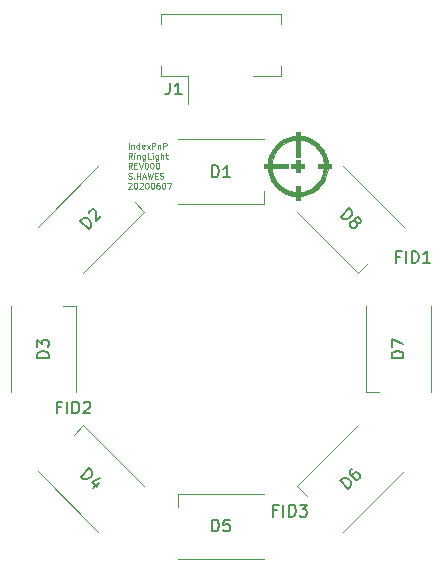
<source format=gto>
G04 #@! TF.GenerationSoftware,KiCad,Pcbnew,5.1.9+dfsg1-1~bpo10+1*
G04 #@! TF.CreationDate,2021-02-17T20:28:22+00:00*
G04 #@! TF.ProjectId,ringLight,72696e67-4c69-4676-9874-2e6b69636164,rev?*
G04 #@! TF.SameCoordinates,Original*
G04 #@! TF.FileFunction,Legend,Top*
G04 #@! TF.FilePolarity,Positive*
%FSLAX46Y46*%
G04 Gerber Fmt 4.6, Leading zero omitted, Abs format (unit mm)*
G04 Created by KiCad (PCBNEW 5.1.9+dfsg1-1~bpo10+1) date 2021-02-17 20:28:22*
%MOMM*%
%LPD*%
G01*
G04 APERTURE LIST*
%ADD10C,0.100000*%
%ADD11C,0.010000*%
%ADD12C,0.120000*%
%ADD13C,0.150000*%
G04 APERTURE END LIST*
D10*
X-7815952Y16973809D02*
X-7815952Y17473809D01*
X-7577857Y17307142D02*
X-7577857Y16973809D01*
X-7577857Y17259523D02*
X-7554047Y17283333D01*
X-7506428Y17307142D01*
X-7435000Y17307142D01*
X-7387380Y17283333D01*
X-7363571Y17235714D01*
X-7363571Y16973809D01*
X-6911190Y16973809D02*
X-6911190Y17473809D01*
X-6911190Y16997619D02*
X-6958809Y16973809D01*
X-7054047Y16973809D01*
X-7101666Y16997619D01*
X-7125476Y17021428D01*
X-7149285Y17069047D01*
X-7149285Y17211904D01*
X-7125476Y17259523D01*
X-7101666Y17283333D01*
X-7054047Y17307142D01*
X-6958809Y17307142D01*
X-6911190Y17283333D01*
X-6482619Y16997619D02*
X-6530238Y16973809D01*
X-6625476Y16973809D01*
X-6673095Y16997619D01*
X-6696904Y17045238D01*
X-6696904Y17235714D01*
X-6673095Y17283333D01*
X-6625476Y17307142D01*
X-6530238Y17307142D01*
X-6482619Y17283333D01*
X-6458809Y17235714D01*
X-6458809Y17188095D01*
X-6696904Y17140476D01*
X-6292142Y16973809D02*
X-6030238Y17307142D01*
X-6292142Y17307142D02*
X-6030238Y16973809D01*
X-5839761Y16973809D02*
X-5839761Y17473809D01*
X-5649285Y17473809D01*
X-5601666Y17450000D01*
X-5577857Y17426190D01*
X-5554047Y17378571D01*
X-5554047Y17307142D01*
X-5577857Y17259523D01*
X-5601666Y17235714D01*
X-5649285Y17211904D01*
X-5839761Y17211904D01*
X-5339761Y17307142D02*
X-5339761Y16973809D01*
X-5339761Y17259523D02*
X-5315952Y17283333D01*
X-5268333Y17307142D01*
X-5196904Y17307142D01*
X-5149285Y17283333D01*
X-5125476Y17235714D01*
X-5125476Y16973809D01*
X-4887380Y16973809D02*
X-4887380Y17473809D01*
X-4696904Y17473809D01*
X-4649285Y17450000D01*
X-4625476Y17426190D01*
X-4601666Y17378571D01*
X-4601666Y17307142D01*
X-4625476Y17259523D01*
X-4649285Y17235714D01*
X-4696904Y17211904D01*
X-4887380Y17211904D01*
X-7530238Y16123809D02*
X-7696904Y16361904D01*
X-7815952Y16123809D02*
X-7815952Y16623809D01*
X-7625476Y16623809D01*
X-7577857Y16600000D01*
X-7554047Y16576190D01*
X-7530238Y16528571D01*
X-7530238Y16457142D01*
X-7554047Y16409523D01*
X-7577857Y16385714D01*
X-7625476Y16361904D01*
X-7815952Y16361904D01*
X-7315952Y16123809D02*
X-7315952Y16457142D01*
X-7315952Y16623809D02*
X-7339761Y16600000D01*
X-7315952Y16576190D01*
X-7292142Y16600000D01*
X-7315952Y16623809D01*
X-7315952Y16576190D01*
X-7077857Y16457142D02*
X-7077857Y16123809D01*
X-7077857Y16409523D02*
X-7054047Y16433333D01*
X-7006428Y16457142D01*
X-6935000Y16457142D01*
X-6887380Y16433333D01*
X-6863571Y16385714D01*
X-6863571Y16123809D01*
X-6411190Y16457142D02*
X-6411190Y16052380D01*
X-6435000Y16004761D01*
X-6458809Y15980952D01*
X-6506428Y15957142D01*
X-6577857Y15957142D01*
X-6625476Y15980952D01*
X-6411190Y16147619D02*
X-6458809Y16123809D01*
X-6554047Y16123809D01*
X-6601666Y16147619D01*
X-6625476Y16171428D01*
X-6649285Y16219047D01*
X-6649285Y16361904D01*
X-6625476Y16409523D01*
X-6601666Y16433333D01*
X-6554047Y16457142D01*
X-6458809Y16457142D01*
X-6411190Y16433333D01*
X-5935000Y16123809D02*
X-6173095Y16123809D01*
X-6173095Y16623809D01*
X-5768333Y16123809D02*
X-5768333Y16457142D01*
X-5768333Y16623809D02*
X-5792142Y16600000D01*
X-5768333Y16576190D01*
X-5744523Y16600000D01*
X-5768333Y16623809D01*
X-5768333Y16576190D01*
X-5315952Y16457142D02*
X-5315952Y16052380D01*
X-5339761Y16004761D01*
X-5363571Y15980952D01*
X-5411190Y15957142D01*
X-5482619Y15957142D01*
X-5530238Y15980952D01*
X-5315952Y16147619D02*
X-5363571Y16123809D01*
X-5458809Y16123809D01*
X-5506428Y16147619D01*
X-5530238Y16171428D01*
X-5554047Y16219047D01*
X-5554047Y16361904D01*
X-5530238Y16409523D01*
X-5506428Y16433333D01*
X-5458809Y16457142D01*
X-5363571Y16457142D01*
X-5315952Y16433333D01*
X-5077857Y16123809D02*
X-5077857Y16623809D01*
X-4863571Y16123809D02*
X-4863571Y16385714D01*
X-4887380Y16433333D01*
X-4935000Y16457142D01*
X-5006428Y16457142D01*
X-5054047Y16433333D01*
X-5077857Y16409523D01*
X-4696904Y16457142D02*
X-4506428Y16457142D01*
X-4625476Y16623809D02*
X-4625476Y16195238D01*
X-4601666Y16147619D01*
X-4554047Y16123809D01*
X-4506428Y16123809D01*
X-7530238Y15273809D02*
X-7696904Y15511904D01*
X-7815952Y15273809D02*
X-7815952Y15773809D01*
X-7625476Y15773809D01*
X-7577857Y15750000D01*
X-7554047Y15726190D01*
X-7530238Y15678571D01*
X-7530238Y15607142D01*
X-7554047Y15559523D01*
X-7577857Y15535714D01*
X-7625476Y15511904D01*
X-7815952Y15511904D01*
X-7315952Y15535714D02*
X-7149285Y15535714D01*
X-7077857Y15273809D02*
X-7315952Y15273809D01*
X-7315952Y15773809D01*
X-7077857Y15773809D01*
X-6935000Y15773809D02*
X-6768333Y15273809D01*
X-6601666Y15773809D01*
X-6339761Y15773809D02*
X-6292142Y15773809D01*
X-6244523Y15750000D01*
X-6220714Y15726190D01*
X-6196904Y15678571D01*
X-6173095Y15583333D01*
X-6173095Y15464285D01*
X-6196904Y15369047D01*
X-6220714Y15321428D01*
X-6244523Y15297619D01*
X-6292142Y15273809D01*
X-6339761Y15273809D01*
X-6387380Y15297619D01*
X-6411190Y15321428D01*
X-6435000Y15369047D01*
X-6458809Y15464285D01*
X-6458809Y15583333D01*
X-6435000Y15678571D01*
X-6411190Y15726190D01*
X-6387380Y15750000D01*
X-6339761Y15773809D01*
X-5863571Y15773809D02*
X-5815952Y15773809D01*
X-5768333Y15750000D01*
X-5744523Y15726190D01*
X-5720714Y15678571D01*
X-5696904Y15583333D01*
X-5696904Y15464285D01*
X-5720714Y15369047D01*
X-5744523Y15321428D01*
X-5768333Y15297619D01*
X-5815952Y15273809D01*
X-5863571Y15273809D01*
X-5911190Y15297619D01*
X-5935000Y15321428D01*
X-5958809Y15369047D01*
X-5982619Y15464285D01*
X-5982619Y15583333D01*
X-5958809Y15678571D01*
X-5935000Y15726190D01*
X-5911190Y15750000D01*
X-5863571Y15773809D01*
X-5387380Y15773809D02*
X-5339761Y15773809D01*
X-5292142Y15750000D01*
X-5268333Y15726190D01*
X-5244523Y15678571D01*
X-5220714Y15583333D01*
X-5220714Y15464285D01*
X-5244523Y15369047D01*
X-5268333Y15321428D01*
X-5292142Y15297619D01*
X-5339761Y15273809D01*
X-5387380Y15273809D01*
X-5435000Y15297619D01*
X-5458809Y15321428D01*
X-5482619Y15369047D01*
X-5506428Y15464285D01*
X-5506428Y15583333D01*
X-5482619Y15678571D01*
X-5458809Y15726190D01*
X-5435000Y15750000D01*
X-5387380Y15773809D01*
X-7839761Y14447619D02*
X-7768333Y14423809D01*
X-7649285Y14423809D01*
X-7601666Y14447619D01*
X-7577857Y14471428D01*
X-7554047Y14519047D01*
X-7554047Y14566666D01*
X-7577857Y14614285D01*
X-7601666Y14638095D01*
X-7649285Y14661904D01*
X-7744523Y14685714D01*
X-7792142Y14709523D01*
X-7815952Y14733333D01*
X-7839761Y14780952D01*
X-7839761Y14828571D01*
X-7815952Y14876190D01*
X-7792142Y14900000D01*
X-7744523Y14923809D01*
X-7625476Y14923809D01*
X-7554047Y14900000D01*
X-7339761Y14471428D02*
X-7315952Y14447619D01*
X-7339761Y14423809D01*
X-7363571Y14447619D01*
X-7339761Y14471428D01*
X-7339761Y14423809D01*
X-7101666Y14423809D02*
X-7101666Y14923809D01*
X-7101666Y14685714D02*
X-6815952Y14685714D01*
X-6815952Y14423809D02*
X-6815952Y14923809D01*
X-6601666Y14566666D02*
X-6363571Y14566666D01*
X-6649285Y14423809D02*
X-6482619Y14923809D01*
X-6315952Y14423809D01*
X-6196904Y14923809D02*
X-6077857Y14423809D01*
X-5982619Y14780952D01*
X-5887380Y14423809D01*
X-5768333Y14923809D01*
X-5577857Y14685714D02*
X-5411190Y14685714D01*
X-5339761Y14423809D02*
X-5577857Y14423809D01*
X-5577857Y14923809D01*
X-5339761Y14923809D01*
X-5149285Y14447619D02*
X-5077857Y14423809D01*
X-4958809Y14423809D01*
X-4911190Y14447619D01*
X-4887380Y14471428D01*
X-4863571Y14519047D01*
X-4863571Y14566666D01*
X-4887380Y14614285D01*
X-4911190Y14638095D01*
X-4958809Y14661904D01*
X-5054047Y14685714D01*
X-5101666Y14709523D01*
X-5125476Y14733333D01*
X-5149285Y14780952D01*
X-5149285Y14828571D01*
X-5125476Y14876190D01*
X-5101666Y14900000D01*
X-5054047Y14923809D01*
X-4935000Y14923809D01*
X-4863571Y14900000D01*
X-7839761Y14026190D02*
X-7815952Y14050000D01*
X-7768333Y14073809D01*
X-7649285Y14073809D01*
X-7601666Y14050000D01*
X-7577857Y14026190D01*
X-7554047Y13978571D01*
X-7554047Y13930952D01*
X-7577857Y13859523D01*
X-7863571Y13573809D01*
X-7554047Y13573809D01*
X-7244523Y14073809D02*
X-7196904Y14073809D01*
X-7149285Y14050000D01*
X-7125476Y14026190D01*
X-7101666Y13978571D01*
X-7077857Y13883333D01*
X-7077857Y13764285D01*
X-7101666Y13669047D01*
X-7125476Y13621428D01*
X-7149285Y13597619D01*
X-7196904Y13573809D01*
X-7244523Y13573809D01*
X-7292142Y13597619D01*
X-7315952Y13621428D01*
X-7339761Y13669047D01*
X-7363571Y13764285D01*
X-7363571Y13883333D01*
X-7339761Y13978571D01*
X-7315952Y14026190D01*
X-7292142Y14050000D01*
X-7244523Y14073809D01*
X-6887380Y14026190D02*
X-6863571Y14050000D01*
X-6815952Y14073809D01*
X-6696904Y14073809D01*
X-6649285Y14050000D01*
X-6625476Y14026190D01*
X-6601666Y13978571D01*
X-6601666Y13930952D01*
X-6625476Y13859523D01*
X-6911190Y13573809D01*
X-6601666Y13573809D01*
X-6292142Y14073809D02*
X-6244523Y14073809D01*
X-6196904Y14050000D01*
X-6173095Y14026190D01*
X-6149285Y13978571D01*
X-6125476Y13883333D01*
X-6125476Y13764285D01*
X-6149285Y13669047D01*
X-6173095Y13621428D01*
X-6196904Y13597619D01*
X-6244523Y13573809D01*
X-6292142Y13573809D01*
X-6339761Y13597619D01*
X-6363571Y13621428D01*
X-6387380Y13669047D01*
X-6411190Y13764285D01*
X-6411190Y13883333D01*
X-6387380Y13978571D01*
X-6363571Y14026190D01*
X-6339761Y14050000D01*
X-6292142Y14073809D01*
X-5815952Y14073809D02*
X-5768333Y14073809D01*
X-5720714Y14050000D01*
X-5696904Y14026190D01*
X-5673095Y13978571D01*
X-5649285Y13883333D01*
X-5649285Y13764285D01*
X-5673095Y13669047D01*
X-5696904Y13621428D01*
X-5720714Y13597619D01*
X-5768333Y13573809D01*
X-5815952Y13573809D01*
X-5863571Y13597619D01*
X-5887380Y13621428D01*
X-5911190Y13669047D01*
X-5935000Y13764285D01*
X-5935000Y13883333D01*
X-5911190Y13978571D01*
X-5887380Y14026190D01*
X-5863571Y14050000D01*
X-5815952Y14073809D01*
X-5220714Y14073809D02*
X-5315952Y14073809D01*
X-5363571Y14050000D01*
X-5387380Y14026190D01*
X-5435000Y13954761D01*
X-5458809Y13859523D01*
X-5458809Y13669047D01*
X-5435000Y13621428D01*
X-5411190Y13597619D01*
X-5363571Y13573809D01*
X-5268333Y13573809D01*
X-5220714Y13597619D01*
X-5196904Y13621428D01*
X-5173095Y13669047D01*
X-5173095Y13788095D01*
X-5196904Y13835714D01*
X-5220714Y13859523D01*
X-5268333Y13883333D01*
X-5363571Y13883333D01*
X-5411190Y13859523D01*
X-5435000Y13835714D01*
X-5458809Y13788095D01*
X-4863571Y14073809D02*
X-4815952Y14073809D01*
X-4768333Y14050000D01*
X-4744523Y14026190D01*
X-4720714Y13978571D01*
X-4696904Y13883333D01*
X-4696904Y13764285D01*
X-4720714Y13669047D01*
X-4744523Y13621428D01*
X-4768333Y13597619D01*
X-4815952Y13573809D01*
X-4863571Y13573809D01*
X-4911190Y13597619D01*
X-4935000Y13621428D01*
X-4958809Y13669047D01*
X-4982619Y13764285D01*
X-4982619Y13883333D01*
X-4958809Y13978571D01*
X-4935000Y14026190D01*
X-4911190Y14050000D01*
X-4863571Y14073809D01*
X-4530238Y14073809D02*
X-4196904Y14073809D01*
X-4411190Y13573809D01*
D11*
G36*
X6669333Y18043898D02*
G01*
X6763869Y18034212D01*
X7022960Y17993539D01*
X7278270Y17924972D01*
X7529979Y17828460D01*
X7650055Y17771950D01*
X7792674Y17696349D01*
X7919534Y17618738D01*
X8037813Y17533871D01*
X8154691Y17436508D01*
X8277345Y17321403D01*
X8306554Y17292443D01*
X8426386Y17167492D01*
X8527294Y17049938D01*
X8614522Y16932602D01*
X8693312Y16808306D01*
X8768909Y16669870D01*
X8786061Y16635945D01*
X8896061Y16385908D01*
X8978089Y16132356D01*
X9032199Y15875109D01*
X9048323Y15749759D01*
X9058008Y15655222D01*
X9350444Y15655222D01*
X9350444Y15330667D01*
X9057399Y15330667D01*
X9047535Y15235417D01*
X9007659Y14978991D01*
X8941477Y14728967D01*
X8848236Y14482792D01*
X8786061Y14349945D01*
X8710460Y14207326D01*
X8632848Y14080466D01*
X8547982Y13962187D01*
X8450619Y13845309D01*
X8335514Y13722655D01*
X8306554Y13693446D01*
X8181603Y13573614D01*
X8064049Y13472706D01*
X7946713Y13385478D01*
X7822416Y13306688D01*
X7683980Y13231091D01*
X7650055Y13213939D01*
X7400019Y13103939D01*
X7146466Y13021911D01*
X6889220Y12967801D01*
X6763869Y12951677D01*
X6669333Y12941992D01*
X6669333Y12649556D01*
X6344778Y12649556D01*
X6344778Y12941992D01*
X6250241Y12951677D01*
X5991151Y12992351D01*
X5735840Y13060917D01*
X5484132Y13157430D01*
X5364055Y13213939D01*
X5221437Y13289540D01*
X5094577Y13367152D01*
X4976298Y13452018D01*
X4859420Y13549381D01*
X4736765Y13664486D01*
X4707557Y13693446D01*
X4587725Y13818397D01*
X4486817Y13935951D01*
X4399589Y14053287D01*
X4320798Y14177584D01*
X4245202Y14316020D01*
X4228050Y14349945D01*
X4118050Y14599981D01*
X4036021Y14853534D01*
X3981912Y15110780D01*
X3965788Y15236131D01*
X3956102Y15330667D01*
X3663667Y15330667D01*
X3663667Y15655222D01*
X3956102Y15655222D01*
X4294769Y15655222D01*
X5709778Y15655222D01*
X5709778Y15330667D01*
X4294769Y15330667D01*
X4304476Y15235417D01*
X4340361Y15015687D01*
X4402406Y14795433D01*
X4488889Y14578525D01*
X4598093Y14368835D01*
X4728296Y14170234D01*
X4840199Y14029142D01*
X4993404Y13871179D01*
X5168050Y13726623D01*
X5359457Y13598196D01*
X5562945Y13488617D01*
X5773835Y13400610D01*
X5987446Y13336894D01*
X6056532Y13321898D01*
X6129763Y13307671D01*
X6182120Y13298075D01*
X6220380Y13292090D01*
X6251318Y13288697D01*
X6281713Y13286875D01*
X6291861Y13286477D01*
X6344778Y13284556D01*
X6344778Y13778445D01*
X6669333Y13778445D01*
X6669333Y13280658D01*
X6764583Y13290365D01*
X6983298Y13326117D01*
X7202090Y13387665D01*
X7416909Y13472886D01*
X7623706Y13579657D01*
X7818431Y13705854D01*
X7997033Y13849355D01*
X8155463Y14008036D01*
X8173912Y14029142D01*
X8318922Y14216730D01*
X8444237Y14418349D01*
X8548139Y14630127D01*
X8628907Y14848192D01*
X8684824Y15068674D01*
X8709635Y15235417D01*
X8719342Y15330667D01*
X8221555Y15330667D01*
X8221555Y15655222D01*
X8719342Y15655222D01*
X8709635Y15750472D01*
X8673749Y15970202D01*
X8611705Y16190456D01*
X8525222Y16407364D01*
X8416018Y16617054D01*
X8285814Y16815655D01*
X8173912Y16956747D01*
X8018331Y17117203D01*
X7842063Y17262747D01*
X7649159Y17391257D01*
X7443669Y17500609D01*
X7229643Y17588681D01*
X7011131Y17653349D01*
X6792182Y17692491D01*
X6764583Y17695524D01*
X6669333Y17705231D01*
X6669333Y16290222D01*
X6344778Y16290222D01*
X6344778Y17705231D01*
X6249528Y17695524D01*
X6030813Y17659772D01*
X5812021Y17598224D01*
X5597202Y17513003D01*
X5390405Y17406233D01*
X5195680Y17280035D01*
X5017078Y17136534D01*
X4858648Y16977853D01*
X4840199Y16956747D01*
X4695189Y16769159D01*
X4569874Y16567540D01*
X4465972Y16355762D01*
X4385204Y16137697D01*
X4329287Y15917216D01*
X4304476Y15750472D01*
X4294769Y15655222D01*
X3956102Y15655222D01*
X3965788Y15749759D01*
X4006461Y16008849D01*
X4075028Y16264160D01*
X4171540Y16515868D01*
X4228050Y16635945D01*
X4303651Y16778563D01*
X4381262Y16905423D01*
X4466129Y17023702D01*
X4563492Y17140580D01*
X4678597Y17263235D01*
X4707557Y17292443D01*
X4832508Y17412275D01*
X4950062Y17513183D01*
X5067398Y17600411D01*
X5191694Y17679202D01*
X5330130Y17754798D01*
X5364055Y17771950D01*
X5614092Y17881950D01*
X5867644Y17963979D01*
X6124891Y18018088D01*
X6250241Y18034212D01*
X6344778Y18043898D01*
X6344778Y18336333D01*
X6669333Y18336333D01*
X6669333Y18043898D01*
G37*
X6669333Y18043898D02*
X6763869Y18034212D01*
X7022960Y17993539D01*
X7278270Y17924972D01*
X7529979Y17828460D01*
X7650055Y17771950D01*
X7792674Y17696349D01*
X7919534Y17618738D01*
X8037813Y17533871D01*
X8154691Y17436508D01*
X8277345Y17321403D01*
X8306554Y17292443D01*
X8426386Y17167492D01*
X8527294Y17049938D01*
X8614522Y16932602D01*
X8693312Y16808306D01*
X8768909Y16669870D01*
X8786061Y16635945D01*
X8896061Y16385908D01*
X8978089Y16132356D01*
X9032199Y15875109D01*
X9048323Y15749759D01*
X9058008Y15655222D01*
X9350444Y15655222D01*
X9350444Y15330667D01*
X9057399Y15330667D01*
X9047535Y15235417D01*
X9007659Y14978991D01*
X8941477Y14728967D01*
X8848236Y14482792D01*
X8786061Y14349945D01*
X8710460Y14207326D01*
X8632848Y14080466D01*
X8547982Y13962187D01*
X8450619Y13845309D01*
X8335514Y13722655D01*
X8306554Y13693446D01*
X8181603Y13573614D01*
X8064049Y13472706D01*
X7946713Y13385478D01*
X7822416Y13306688D01*
X7683980Y13231091D01*
X7650055Y13213939D01*
X7400019Y13103939D01*
X7146466Y13021911D01*
X6889220Y12967801D01*
X6763869Y12951677D01*
X6669333Y12941992D01*
X6669333Y12649556D01*
X6344778Y12649556D01*
X6344778Y12941992D01*
X6250241Y12951677D01*
X5991151Y12992351D01*
X5735840Y13060917D01*
X5484132Y13157430D01*
X5364055Y13213939D01*
X5221437Y13289540D01*
X5094577Y13367152D01*
X4976298Y13452018D01*
X4859420Y13549381D01*
X4736765Y13664486D01*
X4707557Y13693446D01*
X4587725Y13818397D01*
X4486817Y13935951D01*
X4399589Y14053287D01*
X4320798Y14177584D01*
X4245202Y14316020D01*
X4228050Y14349945D01*
X4118050Y14599981D01*
X4036021Y14853534D01*
X3981912Y15110780D01*
X3965788Y15236131D01*
X3956102Y15330667D01*
X3663667Y15330667D01*
X3663667Y15655222D01*
X3956102Y15655222D01*
X4294769Y15655222D01*
X5709778Y15655222D01*
X5709778Y15330667D01*
X4294769Y15330667D01*
X4304476Y15235417D01*
X4340361Y15015687D01*
X4402406Y14795433D01*
X4488889Y14578525D01*
X4598093Y14368835D01*
X4728296Y14170234D01*
X4840199Y14029142D01*
X4993404Y13871179D01*
X5168050Y13726623D01*
X5359457Y13598196D01*
X5562945Y13488617D01*
X5773835Y13400610D01*
X5987446Y13336894D01*
X6056532Y13321898D01*
X6129763Y13307671D01*
X6182120Y13298075D01*
X6220380Y13292090D01*
X6251318Y13288697D01*
X6281713Y13286875D01*
X6291861Y13286477D01*
X6344778Y13284556D01*
X6344778Y13778445D01*
X6669333Y13778445D01*
X6669333Y13280658D01*
X6764583Y13290365D01*
X6983298Y13326117D01*
X7202090Y13387665D01*
X7416909Y13472886D01*
X7623706Y13579657D01*
X7818431Y13705854D01*
X7997033Y13849355D01*
X8155463Y14008036D01*
X8173912Y14029142D01*
X8318922Y14216730D01*
X8444237Y14418349D01*
X8548139Y14630127D01*
X8628907Y14848192D01*
X8684824Y15068674D01*
X8709635Y15235417D01*
X8719342Y15330667D01*
X8221555Y15330667D01*
X8221555Y15655222D01*
X8719342Y15655222D01*
X8709635Y15750472D01*
X8673749Y15970202D01*
X8611705Y16190456D01*
X8525222Y16407364D01*
X8416018Y16617054D01*
X8285814Y16815655D01*
X8173912Y16956747D01*
X8018331Y17117203D01*
X7842063Y17262747D01*
X7649159Y17391257D01*
X7443669Y17500609D01*
X7229643Y17588681D01*
X7011131Y17653349D01*
X6792182Y17692491D01*
X6764583Y17695524D01*
X6669333Y17705231D01*
X6669333Y16290222D01*
X6344778Y16290222D01*
X6344778Y17705231D01*
X6249528Y17695524D01*
X6030813Y17659772D01*
X5812021Y17598224D01*
X5597202Y17513003D01*
X5390405Y17406233D01*
X5195680Y17280035D01*
X5017078Y17136534D01*
X4858648Y16977853D01*
X4840199Y16956747D01*
X4695189Y16769159D01*
X4569874Y16567540D01*
X4465972Y16355762D01*
X4385204Y16137697D01*
X4329287Y15917216D01*
X4304476Y15750472D01*
X4294769Y15655222D01*
X3956102Y15655222D01*
X3965788Y15749759D01*
X4006461Y16008849D01*
X4075028Y16264160D01*
X4171540Y16515868D01*
X4228050Y16635945D01*
X4303651Y16778563D01*
X4381262Y16905423D01*
X4466129Y17023702D01*
X4563492Y17140580D01*
X4678597Y17263235D01*
X4707557Y17292443D01*
X4832508Y17412275D01*
X4950062Y17513183D01*
X5067398Y17600411D01*
X5191694Y17679202D01*
X5330130Y17754798D01*
X5364055Y17771950D01*
X5614092Y17881950D01*
X5867644Y17963979D01*
X6124891Y18018088D01*
X6250241Y18034212D01*
X6344778Y18043898D01*
X6344778Y18336333D01*
X6669333Y18336333D01*
X6669333Y18043898D01*
G36*
X6672439Y15842195D02*
G01*
X6676389Y15662278D01*
X6856305Y15658329D01*
X7036222Y15654379D01*
X7036222Y15331510D01*
X6856305Y15327561D01*
X6676389Y15323611D01*
X6672439Y15143695D01*
X6668490Y14963778D01*
X6345621Y14963778D01*
X6341671Y15143695D01*
X6337722Y15323611D01*
X6157805Y15327561D01*
X5977889Y15331510D01*
X5977889Y15654379D01*
X6157805Y15658329D01*
X6337722Y15662278D01*
X6341671Y15842195D01*
X6345621Y16022111D01*
X6668490Y16022111D01*
X6672439Y15842195D01*
G37*
X6672439Y15842195D02*
X6676389Y15662278D01*
X6856305Y15658329D01*
X7036222Y15654379D01*
X7036222Y15331510D01*
X6856305Y15327561D01*
X6676389Y15323611D01*
X6672439Y15143695D01*
X6668490Y14963778D01*
X6345621Y14963778D01*
X6341671Y15143695D01*
X6337722Y15323611D01*
X6157805Y15327561D01*
X5977889Y15331510D01*
X5977889Y15654379D01*
X6157805Y15658329D01*
X6337722Y15662278D01*
X6341671Y15842195D01*
X6345621Y16022111D01*
X6668490Y16022111D01*
X6672439Y15842195D01*
D12*
X3650000Y12250000D02*
X3650000Y13400000D01*
X-3650000Y12250000D02*
X3650000Y12250000D01*
X-3650000Y17750000D02*
X3650000Y17750000D01*
X-15525483Y10363604D02*
X-10363604Y15525483D01*
X-11636396Y6474517D02*
X-6474517Y11636396D01*
X-6474517Y11636396D02*
X-7287689Y12449569D01*
X-12250000Y3650000D02*
X-13400000Y3650000D01*
X-12250000Y-3650000D02*
X-12250000Y3650000D01*
X-17750000Y-3650000D02*
X-17750000Y3650000D01*
X-10363604Y-15525483D02*
X-15525483Y-10363604D01*
X-6474517Y-11636396D02*
X-11636396Y-6474517D01*
X-11636396Y-6474517D02*
X-12449569Y-7287689D01*
X-3650000Y-12250000D02*
X-3650000Y-13400000D01*
X3650000Y-12250000D02*
X-3650000Y-12250000D01*
X3650000Y-17750000D02*
X-3650000Y-17750000D01*
X15525483Y-10363604D02*
X10363604Y-15525483D01*
X11636396Y-6474517D02*
X6474517Y-11636396D01*
X6474517Y-11636396D02*
X7287689Y-12449569D01*
X12250000Y-3650000D02*
X13400000Y-3650000D01*
X12250000Y3650000D02*
X12250000Y-3650000D01*
X17750000Y3650000D02*
X17750000Y-3650000D01*
X10363604Y15525483D02*
X15525483Y10363604D01*
X6474517Y11636396D02*
X11636396Y6474517D01*
X11636396Y6474517D02*
X12449569Y7287689D01*
X-5085000Y23990000D02*
X-5085000Y23140000D01*
X-5085000Y23140000D02*
X-2760000Y23140000D01*
X-2760000Y23140000D02*
X-2760000Y20750000D01*
X5085000Y23990000D02*
X5085000Y23140000D01*
X5085000Y23140000D02*
X2760000Y23140000D01*
X-5085000Y27510000D02*
X-5085000Y28360000D01*
X-5085000Y28360000D02*
X5085000Y28360000D01*
X5085000Y28360000D02*
X5085000Y27510000D01*
D13*
X4770571Y-13668571D02*
X4437238Y-13668571D01*
X4437238Y-14192380D02*
X4437238Y-13192380D01*
X4913428Y-13192380D01*
X5294380Y-14192380D02*
X5294380Y-13192380D01*
X5770571Y-14192380D02*
X5770571Y-13192380D01*
X6008666Y-13192380D01*
X6151523Y-13240000D01*
X6246761Y-13335238D01*
X6294380Y-13430476D01*
X6342000Y-13620952D01*
X6342000Y-13763809D01*
X6294380Y-13954285D01*
X6246761Y-14049523D01*
X6151523Y-14144761D01*
X6008666Y-14192380D01*
X5770571Y-14192380D01*
X6675333Y-13192380D02*
X7294380Y-13192380D01*
X6961047Y-13573333D01*
X7103904Y-13573333D01*
X7199142Y-13620952D01*
X7246761Y-13668571D01*
X7294380Y-13763809D01*
X7294380Y-14001904D01*
X7246761Y-14097142D01*
X7199142Y-14144761D01*
X7103904Y-14192380D01*
X6818190Y-14192380D01*
X6722952Y-14144761D01*
X6675333Y-14097142D01*
X-13571428Y-4928571D02*
X-13904761Y-4928571D01*
X-13904761Y-5452380D02*
X-13904761Y-4452380D01*
X-13428571Y-4452380D01*
X-13047619Y-5452380D02*
X-13047619Y-4452380D01*
X-12571428Y-5452380D02*
X-12571428Y-4452380D01*
X-12333333Y-4452380D01*
X-12190476Y-4500000D01*
X-12095238Y-4595238D01*
X-12047619Y-4690476D01*
X-12000000Y-4880952D01*
X-12000000Y-5023809D01*
X-12047619Y-5214285D01*
X-12095238Y-5309523D01*
X-12190476Y-5404761D01*
X-12333333Y-5452380D01*
X-12571428Y-5452380D01*
X-11619047Y-4547619D02*
X-11571428Y-4500000D01*
X-11476190Y-4452380D01*
X-11238095Y-4452380D01*
X-11142857Y-4500000D01*
X-11095238Y-4547619D01*
X-11047619Y-4642857D01*
X-11047619Y-4738095D01*
X-11095238Y-4880952D01*
X-11666666Y-5452380D01*
X-11047619Y-5452380D01*
X15178571Y7821428D02*
X14845238Y7821428D01*
X14845238Y7297619D02*
X14845238Y8297619D01*
X15321428Y8297619D01*
X15702380Y7297619D02*
X15702380Y8297619D01*
X16178571Y7297619D02*
X16178571Y8297619D01*
X16416666Y8297619D01*
X16559523Y8250000D01*
X16654761Y8154761D01*
X16702380Y8059523D01*
X16750000Y7869047D01*
X16750000Y7726190D01*
X16702380Y7535714D01*
X16654761Y7440476D01*
X16559523Y7345238D01*
X16416666Y7297619D01*
X16178571Y7297619D01*
X17702380Y7297619D02*
X17130952Y7297619D01*
X17416666Y7297619D02*
X17416666Y8297619D01*
X17321428Y8154761D01*
X17226190Y8059523D01*
X17130952Y8011904D01*
X-738095Y14547619D02*
X-738095Y15547619D01*
X-500000Y15547619D01*
X-357142Y15500000D01*
X-261904Y15404761D01*
X-214285Y15309523D01*
X-166666Y15119047D01*
X-166666Y14976190D01*
X-214285Y14785714D01*
X-261904Y14690476D01*
X-357142Y14595238D01*
X-500000Y14547619D01*
X-738095Y14547619D01*
X785714Y14547619D02*
X214285Y14547619D01*
X499999Y14547619D02*
X499999Y15547619D01*
X404761Y15404761D01*
X309523Y15309523D01*
X214285Y15261904D01*
X-11202030Y10158206D02*
X-11909137Y10865312D01*
X-11740778Y11033671D01*
X-11606091Y11101015D01*
X-11471404Y11101015D01*
X-11370389Y11067343D01*
X-11202030Y10966328D01*
X-11101015Y10865312D01*
X-11000000Y10696954D01*
X-10966328Y10595938D01*
X-10966328Y10461251D01*
X-11033671Y10326564D01*
X-11202030Y10158206D01*
X-11168358Y11471404D02*
X-11168358Y11538748D01*
X-11134687Y11639763D01*
X-10966328Y11808122D01*
X-10865312Y11841793D01*
X-10797969Y11841793D01*
X-10696954Y11808122D01*
X-10629610Y11740778D01*
X-10562267Y11606091D01*
X-10562267Y10797969D01*
X-10124534Y11235702D01*
X-14547619Y-738095D02*
X-15547619Y-738095D01*
X-15547619Y-499999D01*
X-15500000Y-357142D01*
X-15404761Y-261904D01*
X-15309523Y-214285D01*
X-15119047Y-166666D01*
X-14976190Y-166666D01*
X-14785714Y-214285D01*
X-14690476Y-261904D01*
X-14595238Y-357142D01*
X-14547619Y-500000D01*
X-14547619Y-738095D01*
X-15547619Y166666D02*
X-15547619Y785714D01*
X-15166666Y452380D01*
X-15166666Y595238D01*
X-15119047Y690476D01*
X-15071428Y738095D01*
X-14976190Y785714D01*
X-14738095Y785714D01*
X-14642857Y738095D01*
X-14595238Y690476D01*
X-14547619Y595238D01*
X-14547619Y309523D01*
X-14595238Y214285D01*
X-14642857Y166666D01*
X-11841793Y-10797969D02*
X-11134687Y-10090862D01*
X-10966328Y-10259221D01*
X-10898984Y-10393908D01*
X-10898984Y-10528595D01*
X-10932656Y-10629610D01*
X-11033671Y-10797969D01*
X-11134687Y-10898984D01*
X-11303045Y-11000000D01*
X-11404061Y-11033671D01*
X-11538748Y-11033671D01*
X-11673435Y-10966328D01*
X-11841793Y-10797969D01*
X-10360236Y-11336717D02*
X-10831641Y-11808122D01*
X-10259221Y-10898984D02*
X-10932656Y-11235702D01*
X-10494923Y-11673435D01*
X-738095Y-15452380D02*
X-738095Y-14452380D01*
X-500000Y-14452380D01*
X-357142Y-14500000D01*
X-261904Y-14595238D01*
X-214285Y-14690476D01*
X-166666Y-14880952D01*
X-166666Y-15023809D01*
X-214285Y-15214285D01*
X-261904Y-15309523D01*
X-357142Y-15404761D01*
X-500000Y-15452380D01*
X-738095Y-15452380D01*
X738095Y-14452380D02*
X261904Y-14452380D01*
X214285Y-14928571D01*
X261904Y-14880952D01*
X357142Y-14833333D01*
X595238Y-14833333D01*
X690476Y-14880952D01*
X738095Y-14928571D01*
X785714Y-15023809D01*
X785714Y-15261904D01*
X738095Y-15357142D01*
X690476Y-15404761D01*
X595238Y-15452380D01*
X357142Y-15452380D01*
X261904Y-15404761D01*
X214285Y-15357142D01*
X10797969Y-11841793D02*
X10090862Y-11134687D01*
X10259221Y-10966328D01*
X10393908Y-10898984D01*
X10528595Y-10898984D01*
X10629610Y-10932656D01*
X10797969Y-11033671D01*
X10898984Y-11134687D01*
X11000000Y-11303045D01*
X11033671Y-11404061D01*
X11033671Y-11538748D01*
X10966328Y-11673435D01*
X10797969Y-11841793D01*
X11101015Y-10124534D02*
X10966328Y-10259221D01*
X10932656Y-10360236D01*
X10932656Y-10427580D01*
X10966328Y-10595938D01*
X11067343Y-10764297D01*
X11336717Y-11033671D01*
X11437732Y-11067343D01*
X11505076Y-11067343D01*
X11606091Y-11033671D01*
X11740778Y-10898984D01*
X11774450Y-10797969D01*
X11774450Y-10730625D01*
X11740778Y-10629610D01*
X11572419Y-10461251D01*
X11471404Y-10427580D01*
X11404061Y-10427580D01*
X11303045Y-10461251D01*
X11168358Y-10595938D01*
X11134687Y-10696954D01*
X11134687Y-10764297D01*
X11168358Y-10865312D01*
X15452380Y-738095D02*
X14452380Y-738095D01*
X14452380Y-499999D01*
X14500000Y-357142D01*
X14595238Y-261904D01*
X14690476Y-214285D01*
X14880952Y-166666D01*
X15023809Y-166666D01*
X15214285Y-214285D01*
X15309523Y-261904D01*
X15404761Y-357142D01*
X15452380Y-500000D01*
X15452380Y-738095D01*
X14452380Y166666D02*
X14452380Y833333D01*
X15452380Y404761D01*
X10158206Y11202030D02*
X10865312Y11909137D01*
X11033671Y11740778D01*
X11101015Y11606091D01*
X11101015Y11471404D01*
X11067343Y11370389D01*
X10966328Y11202030D01*
X10865312Y11101015D01*
X10696954Y11000000D01*
X10595938Y10966328D01*
X10461251Y10966328D01*
X10326564Y11033671D01*
X10158206Y11202030D01*
X11370389Y10797969D02*
X11336717Y10898984D01*
X11336717Y10966328D01*
X11370389Y11067343D01*
X11404061Y11101015D01*
X11505076Y11134687D01*
X11572419Y11134687D01*
X11673435Y11101015D01*
X11808122Y10966328D01*
X11841793Y10865312D01*
X11841793Y10797969D01*
X11808122Y10696954D01*
X11774450Y10663282D01*
X11673435Y10629610D01*
X11606091Y10629610D01*
X11505076Y10663282D01*
X11370389Y10797969D01*
X11269374Y10831641D01*
X11202030Y10831641D01*
X11101015Y10797969D01*
X10966328Y10663282D01*
X10932656Y10562267D01*
X10932656Y10494923D01*
X10966328Y10393908D01*
X11101015Y10259221D01*
X11202030Y10225549D01*
X11269374Y10225549D01*
X11370389Y10259221D01*
X11505076Y10393908D01*
X11538748Y10494923D01*
X11538748Y10562267D01*
X11505076Y10663282D01*
X-4333333Y22547619D02*
X-4333333Y21833333D01*
X-4380952Y21690476D01*
X-4476190Y21595238D01*
X-4619047Y21547619D01*
X-4714285Y21547619D01*
X-3333333Y21547619D02*
X-3904761Y21547619D01*
X-3619047Y21547619D02*
X-3619047Y22547619D01*
X-3714285Y22404761D01*
X-3809523Y22309523D01*
X-3904761Y22261904D01*
M02*

</source>
